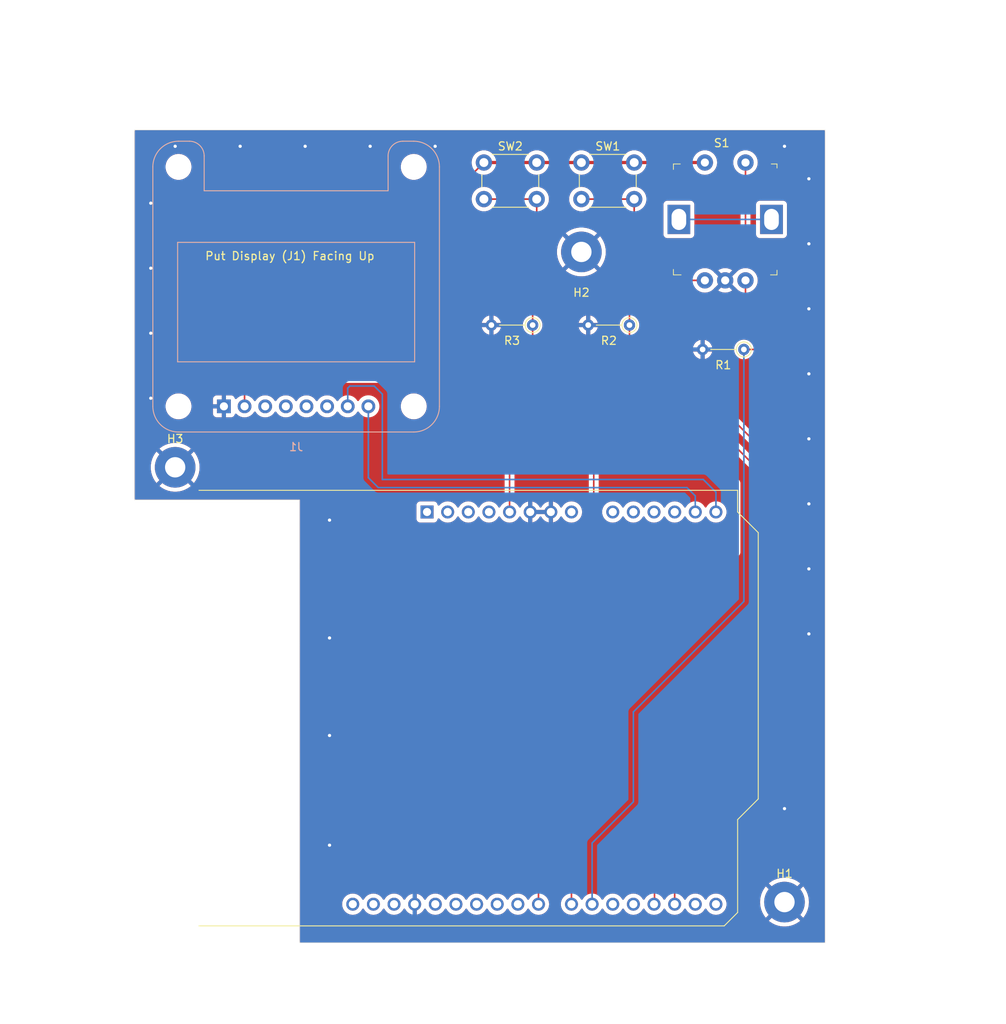
<source format=kicad_pcb>
(kicad_pcb (version 20240108) (generator "pcbnew") (generator_version "8.0")
  (title_block (title "Arduino X-plane Panel") (date "2020-09-13") (rev "v0.1") (comment 4 "Ethan Hargunani"))
  (layers (0 "F.Cu" signal) (31 "B.Cu" signal) (34 "B.Paste" user) (35 "F.Paste" user) (36 "B.SilkS" user "B.Silkscreen") (37 "F.SilkS" user "F.Silkscreen") (38 "B.Mask" user) (39 "F.Mask" user) (44 "Edge.Cuts" user))
  (net 0 "")
  (net 1 "Net-(A1-Pad32)")
  (net 2 "Net-(A1-Pad31)")
  (net 3 "Net-(A1-Pad1)")
  (net 4 "Net-(A1-Pad17)")
  (net 5 "Net-(A1-Pad2)")
  (net 6 "Net-(A1-Pad18)")
  (net 7 "Net-(A1-Pad3)")
  (net 8 "Net-(A1-Pad19)")
  (net 9 "Net-(A1-Pad4)")
  (net 10 "Net-(A1-Pad20)")
  (net 11 "VCC")
  (net 12 "Net-(A1-Pad21)")
  (net 13 "GND")
  (net 14 "Net-(A1-Pad22)")
  (net 15 "Net-(A1-Pad23)")
  (net 16 "Net-(A1-Pad8)")
  (net 17 "Net-(A1-Pad24)")
  (net 18 "Net-(A1-Pad9)")
  (net 19 "Net-(A1-Pad25)")
  (net 20 "Net-(A1-Pad10)")
  (net 21 "Net-(A1-Pad26)")
  (net 22 "Net-(A1-Pad11)")
  (net 23 "Net-(A1-Pad27)")
  (net 24 "Net-(A1-Pad12)")
  (net 25 "Net-(A1-Pad28)")
  (net 26 "Net-(A1-Pad13)")
  (net 27 "Net-(A1-Pad14)")
  (net 28 "Net-(A1-Pad30)")
  (net 29 "Net-(A1-Pad15)")
  (net 30 "Net-(A1-Pad16)")
  (net 31 "Net-(J1-Pad3)")
  (net 32 "Net-(J1-Pad4)")
  (net 33 "Net-(J1-Pad5)")
  (net 34 "Net-(J1-Pad6)")
  (net 35 "Net-(S1-Pad3)")
  (footprint "Module:Arduino_UNO_R3" (layer "F.Cu") (at 76 87)
    (property "Reference" "A1" (hide yes))
    (property "Value" "Arduino_UNO_R3")
    (fp_line (start -28.07 50.93) (end 36.58 50.93) (stroke (width 0.12)) (layer "F.SilkS"))
    (fp_line (start 36.58 50.93) (end 38.23 49.28) (stroke (width 0.12)) (layer "F.SilkS"))
    (fp_line (start 38.23 -2.67) (end -28.07 -2.67) (stroke (width 0.12)) (layer "F.SilkS"))
    (fp_line (start 38.23 0) (end 38.23 -2.67) (stroke (width 0.12)) (layer "F.SilkS"))
    (fp_line (start 38.23 37.85) (end 40.77 35.31) (stroke (width 0.12)) (layer "F.SilkS"))
    (fp_line (start 38.23 49.28) (end 38.23 37.85) (stroke (width 0.12)) (layer "F.SilkS"))
    (fp_line (start 40.77 2.54) (end 38.23 0) (stroke (width 0.12)) (layer "F.SilkS"))
    (fp_line (start 40.77 35.31) (end 40.77 2.54) (stroke (width 0.12)) (layer "F.SilkS"))
    (pad "1" thru_hole rect (at 0 0 90) (size 1.6 1.6) (drill 1) (layers "*.Cu" "*.Mask") (net 3 "Net-(A1-Pad1)"))
    (pad "2" thru_hole oval (at 2.54 0 90) (size 1.6 1.6) (drill 1) (layers "*.Cu" "*.Mask") (net 5 "Net-(A1-Pad2)"))
    (pad "3" thru_hole oval (at 5.08 0 90) (size 1.6 1.6) (drill 1) (layers "*.Cu" "*.Mask") (net 7 "Net-(A1-Pad3)"))
    (pad "4" thru_hole oval (at 7.62 0 90) (size 1.6 1.6) (drill 1) (layers "*.Cu" "*.Mask") (net 9 "Net-(A1-Pad4)"))
    (pad "5" thru_hole oval (at 10.16 0 90) (size 1.6 1.6) (drill 1) (layers "*.Cu" "*.Mask") (net 11 "VCC"))
    (pad "6" thru_hole oval (at 12.7 0 90) (size 1.6 1.6) (drill 1) (layers "*.Cu" "*.Mask") (net 13 "GND"))
    (pad "7" thru_hole oval (at 15.24 0 90) (size 1.6 1.6) (drill 1) (layers "*.Cu" "*.Mask") (net 13 "GND"))
    (pad "8" thru_hole oval (at 17.78 0 90) (size 1.6 1.6) (drill 1) (layers "*.Cu" "*.Mask") (net 16 "Net-(A1-Pad8)"))
    (pad "9" thru_hole oval (at 22.86 0 90) (size 1.6 1.6) (drill 1) (layers "*.Cu" "*.Mask") (net 18 "Net-(A1-Pad9)"))
    (pad "10" thru_hole oval (at 25.4 0 90) (size 1.6 1.6) (drill 1) (layers "*.Cu" "*.Mask") (net 20 "Net-(A1-Pad10)"))
    (pad "11" thru_hole oval (at 27.94 0 90) (size 1.6 1.6) (drill 1) (layers "*.Cu" "*.Mask") (net 22 "Net-(A1-Pad11)"))
    (pad "12" thru_hole oval (at 30.48 0 90) (size 1.6 1.6) (drill 1) (layers "*.Cu" "*.Mask") (net 24 "Net-(A1-Pad12)"))
    (pad "13" thru_hole oval (at 33.02 0 90) (size 1.6 1.6) (drill 1) (layers "*.Cu" "*.Mask") (net 26 "Net-(A1-Pad13)"))
    (pad "14" thru_hole oval (at 35.56 0 90) (size 1.6 1.6) (drill 1) (layers "*.Cu" "*.Mask") (net 27 "Net-(A1-Pad14)"))
    (pad "15" thru_hole oval (at 35.56 48.26 90) (size 1.6 1.6) (drill 1) (layers "*.Cu" "*.Mask") (net 29 "Net-(A1-Pad15)"))
    (pad "16" thru_hole oval (at 33.02 48.26 90) (size 1.6 1.6) (drill 1) (layers "*.Cu" "*.Mask") (net 30 "Net-(A1-Pad16)"))
    (pad "17" thru_hole oval (at 30.48 48.26 90) (size 1.6 1.6) (drill 1) (layers "*.Cu" "*.Mask") (net 4 "Net-(A1-Pad17)"))
    (pad "18" thru_hole oval (at 27.94 48.26 90) (size 1.6 1.6) (drill 1) (layers "*.Cu" "*.Mask") (net 6 "Net-(A1-Pad18)"))
    (pad "19" thru_hole oval (at 25.4 48.26 90) (size 1.6 1.6) (drill 1) (layers "*.Cu" "*.Mask") (net 8 "Net-(A1-Pad19)"))
    (pad "20" thru_hole oval (at 22.86 48.26 90) (size 1.6 1.6) (drill 1) (layers "*.Cu" "*.Mask") (net 10 "Net-(A1-Pad20)"))
    (pad "21" thru_hole oval (at 20.32 48.26 90) (size 1.6 1.6) (drill 1) (layers "*.Cu" "*.Mask") (net 12 "Net-(A1-Pad21)"))
    (pad "22" thru_hole oval (at 17.78 48.26 90) (size 1.6 1.6) (drill 1) (layers "*.Cu" "*.Mask") (net 14 "Net-(A1-Pad22)"))
    (pad "23" thru_hole oval (at 13.72 48.26 90) (size 1.6 1.6) (drill 1) (layers "*.Cu" "*.Mask") (net 15 "Net-(A1-Pad23)"))
    (pad "24" thru_hole oval (at 11.18 48.26 90) (size 1.6 1.6) (drill 1) (layers "*.Cu" "*.Mask") (net 17 "Net-(A1-Pad24)"))
    (pad "25" thru_hole oval (at 8.64 48.26 90) (size 1.6 1.6) (drill 1) (layers "*.Cu" "*.Mask") (net 19 "Net-(A1-Pad25)"))
    (pad "26" thru_hole oval (at 6.1 48.26 90) (size 1.6 1.6) (drill 1) (layers "*.Cu" "*.Mask") (net 21 "Net-(A1-Pad26)"))
    (pad "27" thru_hole oval (at 3.56 48.26 90) (size 1.6 1.6) (drill 1) (layers "*.Cu" "*.Mask") (net 23 "Net-(A1-Pad27)"))
    (pad "28" thru_hole oval (at 1.02 48.26 90) (size 1.6 1.6) (drill 1) (layers "*.Cu" "*.Mask") (net 25 "Net-(A1-Pad28)"))
    (pad "29" thru_hole oval (at -1.52 48.26 90) (size 1.6 1.6) (drill 1) (layers "*.Cu" "*.Mask") (net 13 "GND"))
    (pad "30" thru_hole oval (at -4.06 48.26 90) (size 1.6 1.6) (drill 1) (layers "*.Cu" "*.Mask") (net 28 "Net-(A1-Pad30)"))
    (pad "31" thru_hole oval (at -6.6 48.26 90) (size 1.6 1.6) (drill 1) (layers "*.Cu" "*.Mask") (net 2 "Net-(A1-Pad31)"))
    (pad "32" thru_hole oval (at -9.14 48.26 90) (size 1.6 1.6) (drill 1) (layers "*.Cu" "*.Mask") (net 1 "Net-(A1-Pad32)"))
  )
  (footprint "Resistor_THT:R_Axial_DIN0204_L3.6mm_D1.6mm_P5.08mm_Vertical" (layer "F.Cu") (at 115 67 180)
    (property "Reference" "R1" (at 2.54 -1.92 0) (layer "F.SilkS"))
    (property "Value" "10k")
    (fp_line (start 0.92 0) (end 4.08 0) (stroke (width 0.12)) (layer "F.SilkS"))
    (fp_circle (center 0 0) (end 0.92 0) (stroke (width 0.12)) (fill none) (layer "F.SilkS"))
    (pad "1" thru_hole circle (at 0 0 180) (size 1.4 1.4) (drill 0.7) (layers "*.Cu" "*.Mask") (net 12 "Net-(A1-Pad21)"))
    (pad "2" thru_hole oval (at 5.08 0 180) (size 1.4 1.4) (drill 0.7) (layers "*.Cu" "*.Mask") (net 13 "GND"))
  )
  (footprint "Resistor_THT:R_Axial_DIN0204_L3.6mm_D1.6mm_P5.08mm_Vertical" (layer "F.Cu") (at 100.92 64 180)
    (property "Reference" "R2" (at 2.54 -1.92 0) (layer "F.SilkS"))
    (property "Value" "10k")
    (fp_line (start 0.92 0) (end 4.08 0) (stroke (width 0.12)) (layer "F.SilkS"))
    (fp_circle (center 0 0) (end 0.92 0) (stroke (width 0.12)) (fill none) (layer "F.SilkS"))
    (pad "1" thru_hole circle (at 0 0 180) (size 1.4 1.4) (drill 0.7) (layers "*.Cu" "*.Mask") (net 14 "Net-(A1-Pad22)"))
    (pad "2" thru_hole oval (at 5.08 0 180) (size 1.4 1.4) (drill 0.7) (layers "*.Cu" "*.Mask") (net 13 "GND"))
  )
  (footprint "Resistor_THT:R_Axial_DIN0204_L3.6mm_D1.6mm_P5.08mm_Vertical" (layer "F.Cu") (at 89 64 180)
    (property "Reference" "R3" (at 2.54 -1.92 0) (layer "F.SilkS"))
    (property "Value" "10k")
    (fp_line (start 0.92 0) (end 4.08 0) (stroke (width 0.12)) (layer "F.SilkS"))
    (fp_circle (center 0 0) (end 0.92 0) (stroke (width 0.12)) (fill none) (layer "F.SilkS"))
    (pad "1" thru_hole circle (at 0 0 180) (size 1.4 1.4) (drill 0.7) (layers "*.Cu" "*.Mask") (net 15 "Net-(A1-Pad23)"))
    (pad "2" thru_hole oval (at 5.08 0 180) (size 1.4 1.4) (drill 0.7) (layers "*.Cu" "*.Mask") (net 13 "GND"))
  )
  (footprint "digikey-footprints:Rotary_Encoder_Switched_PEC11R" (layer "F.Cu") (at 107 51)
    (property "Reference" "S1" (at 5.275 -9.4 0) (layer "F.SilkS"))
    (property "Value" "PEC11R-4215F-S0024")
    (fp_line (start -0.675 -6.825) (end -0.675 -6.15) (stroke (width 0.1)) (layer "F.SilkS"))
    (fp_line (start -0.675 6.825) (end -0.675 6.15) (stroke (width 0.1)) (layer "F.SilkS"))
    (fp_line (start 0.175 -6.825) (end -0.675 -6.825) (stroke (width 0.1)) (layer "F.SilkS"))
    (fp_line (start 0.275 6.825) (end -0.675 6.825) (stroke (width 0.1)) (layer "F.SilkS"))
    (fp_line (start 11.375 -6.825) (end 12.075 -6.825) (stroke (width 0.1)) (layer "F.SilkS"))
    (fp_line (start 12.075 -6.825) (end 12.075 -6.325) (stroke (width 0.1)) (layer "F.SilkS"))
    (fp_line (start 12.075 6.25) (end 12.075 6.825) (stroke (width 0.1)) (layer "F.SilkS"))
    (fp_line (start 12.075 6.825) (end 11.275 6.825) (stroke (width 0.1)) (layer "F.SilkS"))
    (pad "1" thru_hole circle (at 3.2 -7) (size 2 2) (drill 1) (layers "*.Cu" "*.Mask") (net 11 "VCC"))
    (pad "2" thru_hole circle (at 8.2 -7) (size 2 2) (drill 1) (layers "*.Cu" "*.Mask") (net 12 "Net-(A1-Pad21)"))
    (pad "3" thru_hole rect (at 0 0) (size 2.8 3.6) (drill oval 1.8 2.6) (layers "*.Cu" "*.Mask") (net 35 "Net-(S1-Pad3)"))
    (pad "3" thru_hole rect (at 11.4 0) (size 2.8 3.6) (drill oval 1.8 2.6) (layers "*.Cu" "*.Mask") (net 35 "Net-(S1-Pad3)"))
    (pad "A" thru_hole circle (at 3.2 7.5) (size 2 2) (drill 1) (layers "*.Cu" "*.Mask") (net 6 "Net-(A1-Pad18)"))
    (pad "B" thru_hole circle (at 8.2 7.5) (size 2 2) (drill 1) (layers "*.Cu" "*.Mask") (net 4 "Net-(A1-Pad17)"))
    (pad "C" thru_hole circle (at 5.7 7.5) (size 2 2) (drill 1) (layers "*.Cu" "*.Mask") (net 13 "GND"))
  )
  (footprint "Button_Switch_THT:SW_PUSH_6mm_H4.3mm" (layer "F.Cu") (at 95 44)
    (property "Reference" "SW1" (at 3.25 -2 0) (layer "F.SilkS"))
    (property "Value" "SW_Push_Open")
    (fp_line (start -0.25 1.5) (end -0.25 3) (stroke (width 0.12)) (layer "F.SilkS"))
    (fp_line (start 1 5.5) (end 5.5 5.5) (stroke (width 0.12)) (layer "F.SilkS"))
    (fp_line (start 5.5 -1) (end 1 -1) (stroke (width 0.12)) (layer "F.SilkS"))
    (fp_line (start 6.75 3) (end 6.75 1.5) (stroke (width 0.12)) (layer "F.SilkS"))
    (pad "1" thru_hole circle (at 0 0 90) (size 2 2) (drill 1.1) (layers "*.Cu" "*.Mask") (net 11 "VCC"))
    (pad "1" thru_hole circle (at 6.5 0 90) (size 2 2) (drill 1.1) (layers "*.Cu" "*.Mask") (net 11 "VCC"))
    (pad "2" thru_hole circle (at 0 4.5 90) (size 2 2) (drill 1.1) (layers "*.Cu" "*.Mask") (net 14 "Net-(A1-Pad22)"))
    (pad "2" thru_hole circle (at 6.5 4.5 90) (size 2 2) (drill 1.1) (layers "*.Cu" "*.Mask") (net 14 "Net-(A1-Pad22)"))
  )
  (footprint "Button_Switch_THT:SW_PUSH_6mm_H4.3mm" (layer "F.Cu") (at 83 44)
    (property "Reference" "SW2" (at 3.25 -2 0) (layer "F.SilkS"))
    (property "Value" "SW_Push_Open")
    (fp_line (start -0.25 1.5) (end -0.25 3) (stroke (width 0.12)) (layer "F.SilkS"))
    (fp_line (start 1 5.5) (end 5.5 5.5) (stroke (width 0.12)) (layer "F.SilkS"))
    (fp_line (start 5.5 -1) (end 1 -1) (stroke (width 0.12)) (layer "F.SilkS"))
    (fp_line (start 6.75 3) (end 6.75 1.5) (stroke (width 0.12)) (layer "F.SilkS"))
    (pad "1" thru_hole circle (at 0 0 90) (size 2 2) (drill 1.1) (layers "*.Cu" "*.Mask") (net 11 "VCC"))
    (pad "1" thru_hole circle (at 6.5 0 90) (size 2 2) (drill 1.1) (layers "*.Cu" "*.Mask") (net 11 "VCC"))
    (pad "2" thru_hole circle (at 0 4.5 90) (size 2 2) (drill 1.1) (layers "*.Cu" "*.Mask") (net 15 "Net-(A1-Pad23)"))
    (pad "2" thru_hole circle (at 6.5 4.5 90) (size 2 2) (drill 1.1) (layers "*.Cu" "*.Mask") (net 15 "Net-(A1-Pad23)"))
  )
  (footprint "MountingHole:MountingHole_2.5mm_Pad" (layer "F.Cu") (at 120 135)
    (property "Reference" "H1" (at 0 -3.5 0) (layer "F.SilkS"))
    (property "Value" "MountingHole_Pad")
    (pad "1" thru_hole circle (at 0 0) (size 5 5) (drill 2.5) (layers "*.Cu" "*.Mask") (net 13 "GND"))
  )
  (footprint "MountingHole:MountingHole_2.5mm_Pad" (layer "F.Cu") (at 95 55)
    (property "Reference" "H2" (at 0 5 0) (layer "F.SilkS"))
    (property "Value" "MountingHole_Pad")
    (pad "1" thru_hole circle (at 0 0) (size 5 5) (drill 2.5) (layers "*.Cu" "*.Mask") (net 13 "GND"))
  )
  (footprint "MountingHole:MountingHole_2.5mm_Pad" (layer "F.Cu") (at 45 81.5)
    (property "Reference" "H3" (at 0 -3.5 0) (layer "F.SilkS"))
    (property "Value" "MountingHole_Pad")
    (pad "1" thru_hole circle (at 0 0) (size 5 5) (drill 2.5) (layers "*.Cu" "*.Mask") (net 13 "GND"))
  )
  (footprint "Display:Adafruit_SSD1306" (layer "B.Cu") (at 51 74)
    (property "Reference" "J1" (at 8.89 5 0) (layer "B.SilkS") (effects (justify mirror)))
    (property "Value" "Conn_01x08_Female")
    (fp_line (start -8.746 0) (end -8.746 -29.464) (stroke (width 0.12)) (layer "B.SilkS"))
    (fp_line (start -5.698 -20.176) (end 23.478 -20.176) (stroke (width 0.12)) (layer "B.SilkS"))
    (fp_line (start -5.698 -5.478) (end -5.698 -20.176) (stroke (width 0.12)) (layer "B.SilkS"))
    (fp_line (start -5.698 -5.478) (end 23.478 -5.478) (stroke (width 0.12)) (layer "B.SilkS"))
    (fp_line (start -4.238 -32.622) (end -5.59 -32.622) (stroke (width 0.12)) (layer "B.SilkS"))
    (fp_line (start -2.43 -26.526) (end -2.43 -30.814) (stroke (width 0.12)) (layer "B.SilkS"))
    (fp_line (start -2.43 -26.526) (end 20.21 -26.526) (stroke (width 0.12)) (layer "B.SilkS"))
    (fp_line (start 20.21 -26.526) (end 20.21 -30.814) (stroke (width 0.12)) (layer "B.SilkS"))
    (fp_line (start 22.018 -32.622) (end 23.37 -32.622) (stroke (width 0.12)) (layer "B.SilkS"))
    (fp_line (start 23.368 3.158) (end -5.588 3.158) (stroke (width 0.12)) (layer "B.SilkS"))
    (fp_line (start 23.478 -5.478) (end 23.478 -20.176) (stroke (width 0.12)) (layer "B.SilkS"))
    (fp_line (start 26.526 0) (end 26.526 -29.464) (stroke (width 0.12)) (layer "B.SilkS"))
    (fp_arc (start -8.746 -29.464) (mid -7.821043 -31.697043) (end -5.588 -32.622) (stroke (width 0.12)) (layer "B.SilkS"))
    (fp_arc (start -5.588 3.158) (mid -7.821043 2.233043) (end -8.746 0) (stroke (width 0.12)) (layer "B.SilkS"))
    (fp_arc (start -4.236 -32.622) (mid -2.958137 -32.091035) (end -2.43 -30.812) (stroke (width 0.12)) (layer "B.SilkS"))
    (fp_arc (start 20.21 -30.812) (mid 20.738137 -32.091035) (end 22.016 -32.622) (stroke (width 0.12)) (layer "B.SilkS"))
    (fp_arc (start 23.368 -32.622) (mid 25.601043 -31.697043) (end 26.526 -29.464) (stroke (width 0.12)) (layer "B.SilkS"))
    (fp_arc (start 26.526 0) (mid 25.601043 2.233043) (end 23.368 3.158) (stroke (width 0.12)) (layer "B.SilkS"))
    (pad "" np_thru_hole circle (at -5.588 -29.464) (size 2.7 2.7) (drill 2.7) (layers "*.Cu" "*.Mask"))
    (pad "" np_thru_hole circle (at -5.588 0) (size 2.7 2.7) (drill 2.7) (layers "*.Cu" "*.Mask"))
    (pad "" np_thru_hole circle (at 23.368 -29.464) (size 2.7 2.7) (drill 2.7) (layers "*.Cu" "*.Mask"))
    (pad "" np_thru_hole circle (at 23.368 0) (size 2.7 2.7) (drill 2.7) (layers "*.Cu" "*.Mask"))
    (pad "1" thru_hole rect (at 0 0) (size 1.7 1.7) (drill 1) (layers "*.Cu" "*.Mask") (net 13 "GND"))
    (pad "2" thru_hole circle (at 2.54 0) (size 1.7 1.7) (drill 1) (layers "*.Cu" "*.Mask") (net 11 "VCC"))
    (pad "3" thru_hole circle (at 5.08 0) (size 1.7 1.7) (drill 1) (layers "*.Cu" "*.Mask") (net 31 "Net-(J1-Pad3)"))
    (pad "4" thru_hole circle (at 7.62 0) (size 1.7 1.7) (drill 1) (layers "*.Cu" "*.Mask") (net 32 "Net-(J1-Pad4)"))
    (pad "5" thru_hole circle (at 10.16 0) (size 1.7 1.7) (drill 1) (layers "*.Cu" "*.Mask") (net 33 "Net-(J1-Pad5)"))
    (pad "6" thru_hole circle (at 12.7 0) (size 1.7 1.7) (drill 1) (layers "*.Cu" "*.Mask") (net 34 "Net-(J1-Pad6)"))
    (pad "7" thru_hole circle (at 15.24 0) (size 1.7 1.7) (drill 1) (layers "*.Cu" "*.Mask") (net 27 "Net-(A1-Pad14)"))
    (pad "8" thru_hole circle (at 17.78 0) (size 1.7 1.7) (drill 1) (layers "*.Cu" "*.Mask") (net 26 "Net-(A1-Pad13)"))
  )
  (gr_line (start 40 40) (end 40 85.5) (stroke (width 0.05)) (layer "Edge.Cuts"))
  (gr_line (start 60.32 85.5) (end 60.325 140) (stroke (width 0.05)) (layer "Edge.Cuts"))
  (gr_line (start 40 85.5) (end 60.32 85.5) (stroke (width 0.05)) (layer "Edge.Cuts"))
  (gr_line (start 60.325 140) (end 125 140) (stroke (width 0.05)) (layer "Edge.Cuts"))
  (gr_line (start 125 40) (end 40 40) (stroke (width 0.05)) (layer "Edge.Cuts"))
  (gr_line (start 125 140) (end 125 40) (stroke (width 0.05)) (layer "Edge.Cuts"))
  (gr_text "v0.1" (at 122 74 90) (layer "F.Cu") (effects (font (size 1.5 1.5) (thickness 0.3))))
  (gr_text "Good Statics" (at 120.5 111.5 90) (layer "F.Cu") (effects (font (size 1 1))))
  (gr_text "Copyright (c) Ethan Hargunani 2024" (at 123 117.5 90) (layer "F.Cu") (effects (font (size 1 1))))
  (gr_text "Put Display (J1) Facing Up " (at 59.5 55.5 0) (layer "F.SilkS") (effects (font (size 1 1))))
  (segment (start 113 64) (end 107 64) (width 0.2) (layer "F.Cu") (net 4))
  (segment (start 106 68) (end 121 83) (width 0.2) (layer "F.Cu") (net 4))
  (segment (start 106 65) (end 106 68) (width 0.2) (layer "F.Cu") (net 4))
  (segment (start 106.48 117.52) (end 106.48 135.26) (width 0.2) (layer "F.Cu") (net 4))
  (segment (start 121 103) (end 106.48 117.52) (width 0.2) (layer "F.Cu") (net 4))
  (segment (start 115.2 58.5) (end 115.2 61.8) (width 0.2) (layer "F.Cu") (net 4))
  (segment (start 107 64) (end 106 65) (width 0.2) (layer "F.Cu") (net 4))
  (segment (start 115.2 61.8) (end 113 64) (width 0.2) (layer "F.Cu") (net 4))
  (segment (start 121 83) (end 121 103) (width 0.2) (layer "F.Cu") (net 4))
  (segment (start 104 113) (end 104 135.2) (width 0.2) (layer "F.Cu") (net 6))
  (segment (start 110.2 58.5) (end 107.5 58.5) (width 0.2) (layer "F.Cu") (net 6))
  (segment (start 107.5 58.5) (end 104 62) (width 0.2) (layer "F.Cu") (net 6))
  (segment (start 117 100) (end 104 113) (width 0.2) (layer "F.Cu") (net 6))
  (segment (start 104 69) (end 117 82) (width 0.2) (layer "F.Cu") (net 6))
  (segment (start 104 62) (end 104 69) (width 0.2) (layer "F.Cu") (net 6))
  (segment (start 104 135.2) (end 103.94 135.26) (width 0.2) (layer "F.Cu") (net 6))
  (segment (start 117 82) (end 117 100) (width 0.2) (layer "F.Cu") (net 6))
  (segment (start 89.5 44) (end 95 44) (width 0.4) (layer "F.Cu") (net 11))
  (segment (start 95 44) (end 101.5 44) (width 0.4) (layer "F.Cu") (net 11))
  (segment (start 53.54 71.46) (end 53.54 74) (width 0.2) (layer "F.Cu") (net 11))
  (segment (start 80 70.5) (end 80 47) (width 0.2) (layer "F.Cu") (net 11))
  (segment (start 86.16 76.66) (end 80 70.5) (width 0.2) (layer "F.Cu") (net 11))
  (segment (start 54.5 70.5) (end 53.54 71.46) (width 0.2) (layer "F.Cu") (net 11))
  (segment (start 101.5 44) (end 110.2 44) (width 0.4) (layer "F.Cu") (net 11))
  (segment (start 80 70.5) (end 54.5 70.5) (width 0.2) (layer "F.Cu") (net 11))
  (segment (start 80 47) (end 83 44) (width 0.2) (layer "F.Cu") (net 11))
  (segment (start 83 44) (end 89.5 44) (width 0.4) (layer "F.Cu") (net 11))
  (segment (start 86.16 87) (end 86.16 76.66) (width 0.2) (layer "F.Cu") (net 11))
  (segment (start 115.2 44) (end 115.2 54.2) (width 0.2) (layer "F.Cu") (net 12))
  (segment (start 118 67) (end 115 67) (width 0.2) (layer "F.Cu") (net 12))
  (segment (start 119 58) (end 119 66) (width 0.2) (layer "F.Cu") (net 12))
  (segment (start 119 66) (end 118 67) (width 0.2) (layer "F.Cu") (net 12))
  (segment (start 115.2 54.2) (end 119 58) (width 0.2) (layer "F.Cu") (net 12))
  (segment (start 101.4 111.6) (end 101.4 122.6534) (width 0.2) (layer "B.Cu") (net 12))
  (segment (start 101.4 122.6534) (end 96.32 127.7334) (width 0.2) (layer "B.Cu") (net 12))
  (segment (start 96.32 127.7334) (end 96.32 135.26) (width 0.2) (layer "B.Cu") (net 12))
  (segment (start 115 98) (end 101.4 111.6) (width 0.2) (layer "B.Cu") (net 12))
  (segment (start 115 67) (end 115 98) (width 0.2) (layer "B.Cu") (net 12))
  (via (at 120 42) (size 0.8) (drill 0.4) (layers "F.Cu" "B.Cu") (net 13))
  (via (at 77 42) (size 0.8) (drill 0.4) (layers "F.Cu" "B.Cu") (net 13))
  (via (at 123 94) (size 0.8) (drill 0.4) (layers "F.Cu" "B.Cu") (net 13))
  (via (at 42 73) (size 0.8) (drill 0.4) (layers "F.Cu" "B.Cu") (net 13))
  (via (at 42 65) (size 0.8) (drill 0.4) (layers "F.Cu" "B.Cu") (net 13))
  (via (at 64 102.5) (size 0.8) (drill 0.4) (layers "F.Cu" "B.Cu") (net 13))
  (via (at 123 62) (size 0.8) (drill 0.4) (layers "F.Cu" "B.Cu") (net 13))
  (via (at 123 86) (size 0.8) (drill 0.4) (layers "F.Cu" "B.Cu") (net 13))
  (via (at 123 46) (size 0.8) (drill 0.4) (layers "F.Cu" "B.Cu") (net 13))
  (via (at 61 42) (size 0.8) (drill 0.4) (layers "F.Cu" "B.Cu") (net 13))
  (via (at 42 49) (size 0.8) (drill 0.4) (layers "F.Cu" "B.Cu") (net 13))
  (via (at 53 42) (size 0.8) (drill 0.4) (layers "F.Cu" "B.Cu") (net 13))
  (via (at 64 88) (size 0.8) (drill 0.4) (layers "F.Cu" "B.Cu") (net 13))
  (via (at 123 102) (size 0.8) (drill 0.4) (layers "F.Cu" "B.Cu") (net 13))
  (via (at 64 128) (size 0.8) (drill 0.4) (layers "F.Cu" "B.Cu") (net 13))
  (via (at 123 54) (size 0.8) (drill 0.4) (layers "F.Cu" "B.Cu") (net 13))
  (via (at 123 70) (size 0.8) (drill 0.4) (layers "F.Cu" "B.Cu") (net 13))
  (via (at 42 57) (size 0.8) (drill 0.4) (layers "F.Cu" "B.Cu") (net 13))
  (via (at 120 123.5) (size 0.8) (drill 0.4) (layers "F.Cu" "B.Cu") (net 13))
  (via (at 69 42) (size 0.8) (drill 0.4) (layers "F.Cu" "B.Cu") (net 13))
  (via (at 123 78) (size 0.8) (drill 0.4) (layers "F.Cu" "B.Cu") (net 13))
  (via (at 64 114.5) (size 0.8) (drill 0.4) (layers "F.Cu" "B.Cu") (net 13))
  (via (at 45 42) (size 0.8) (drill 0.4) (layers "F.Cu" "B.Cu") (net 13))
  (segment (start 100.92 64) (end 100.92 70.44) (width 0.2) (layer "F.Cu") (net 14))
  (segment (start 101.5 48.5) (end 101.5 52.5) (width 0.2) (layer "F.Cu") (net 14))
  (segment (start 95 48.5) (end 101.5 48.5) (width 0.2) (layer "F.Cu") (net 14))
  (segment (start 113.9698 91.9226) (end 93.78 112.1124) (width 0.2) (layer "F.Cu") (net 14))
  (segment (start 101.5 52.5) (end 100.92 53.08) (width 0.2) (layer "F.Cu") (net 14))
  (segment (start 93.78 112.1124) (end 93.78 135.26) (width 0.2) (layer "F.Cu") (net 14))
  (segment (start 100.92 70.44) (end 113.9698 83.4898) (width 0.2) (layer "F.Cu") (net 14))
  (segment (start 100.92 53.08) (end 100.92 64) (width 0.2) (layer "F.Cu") (net 14))
  (segment (start 113.9698 83.4898) (end 113.9698 91.9226) (width 0.2) (layer "F.Cu") (net 14))
  (segment (start 89.5 57.5914) (end 89 58.0914) (width 0.2) (layer "F.Cu") (net 15))
  (segment (start 89 64) (end 89 73.76) (width 0.2) (layer "F.Cu") (net 15))
  (segment (start 96.52 97.79) (end 89.72 104.59) (width 0.2) (layer "F.Cu") (net 15))
  (segment (start 89 73.76) (end 96.52 81.28) (width 0.2) (layer "F.Cu") (net 15))
  (segment (start 89 58.0914) (end 89 64) (width 0.2) (layer "F.Cu") (net 15))
  (segment (start 83 48.5) (end 89.5 48.5) (width 0.2) (layer "F.Cu") (net 15))
  (segment (start 96.52 81.28) (end 96.52 97.79) (width 0.2) (layer "F.Cu") (net 15))
  (segment (start 89.72 104.59) (end 89.72 135.26) (width 0.2) (layer "F.Cu") (net 15))
  (segment (start 89.5 48.5) (end 89.5 57.5914) (width 0.2) (layer "F.Cu") (net 15))
  (segment (start 108 84) (end 70 84) (width 0.2) (layer "B.Cu") (net 26))
  (segment (start 109.02 87) (end 109.02 85.02) (width 0.2) (layer "B.Cu") (net 26))
  (segment (start 70 84) (end 68.78 82.78) (width 0.2) (layer "B.Cu") (net 26))
  (segment (start 109.02 85.02) (end 108 84) (width 0.2) (layer "B.Cu") (net 26))
  (segment (start 68.78 82.78) (end 68.78 74) (width 0.2) (layer "B.Cu") (net 26))
  (segment (start 70.5 72.5) (end 69.5 71.5) (width 0.2) (layer "B.Cu") (net 27))
  (segment (start 66.5 71.5) (end 66.24 71.76) (width 0.2) (layer "B.Cu") (net 27))
  (segment (start 110 83) (end 70.5 83) (width 0.2) (layer "B.Cu") (net 27))
  (segment (start 111.56 87) (end 111.56 84.56) (width 0.2) (layer "B.Cu") (net 27))
  (segment (start 70.5 83) (end 70.5 72.5) (width 0.2) (layer "B.Cu") (net 27))
  (segment (start 69.5 71.5) (end 66.5 71.5) (width 0.2) (layer "B.Cu") (net 27))
  (segment (start 111.56 84.56) (end 110 83) (width 0.2) (layer "B.Cu") (net 27))
  (segment (start 66.24 71.76) (end 66.24 74) (width 0.2) (layer "B.Cu") (net 27))
  (segment (start 107 51) (end 118.4 51) (width 0.2) (layer "B.Cu") (net 35))
  (zone (net 13) (net_name "GND") (layer "F.Cu") (connect_pads (clearance 0.508)) (min_thickness 0.254) (fill yes (thermal_gap 0.508) (thermal_bridge_width 0.508))
    (polygon (pts (xy 134 146) (xy 37 144) (xy 38 38) (xy 130 28)))
  )
  (zone (net 13) (net_name "GND") (layer "B.Cu") (connect_pads (clearance 0.508)) (min_thickness 0.254) (fill yes (thermal_gap 0.508) (thermal_bridge_width 0.508))
    (polygon (pts (xy 136 150) (xy 34 147) (xy 37 36) (xy 132 24)))
  )
)
</source>
